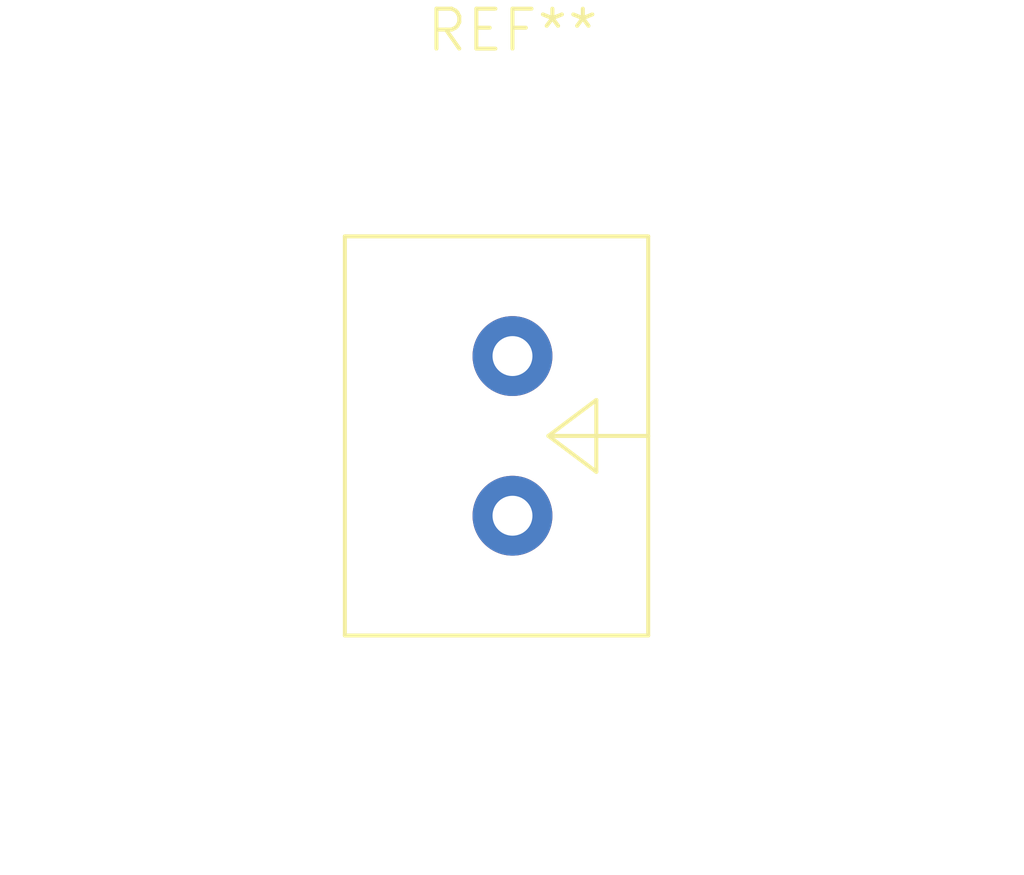
<source format=kicad_pcb>
(kicad_pcb (version 20221018) (generator pcbnew)
  (layers (0 "F.Cu" signal) (31 "B.Cu" signal) (34 "B.Paste" user) (35 "F.Paste" user) (36 "B.SilkS" user "B.Silkscreen") (37 "F.SilkS" user "F.Silkscreen") (38 "B.Mask" user) (39 "F.Mask" user) (44 "Edge.Cuts" user))
  (net 0 "")
  (footprint "New_Library:Screw_CONN_TERM_Block_5.00mm" (layer "F.Cu") (at 132.08 96.52)
    (fp_text reference "REF**" (at 0 -10.16 unlocked) (layer "F.SilkS") (effects (font (thickness 0.1))))
    (fp_text value "Screw_CONN_TERM_Block_5.00mm")
    (fp_line (start -4.2 -5) (end -4.2 5) (stroke (width 0.1)) (layer "F.SilkS"))
    (fp_line (start -4.2 -5) (end 3.4 -5) (stroke (width 0.1)) (layer "F.SilkS"))
    (fp_line (start 0.9 0) (end 2.1 -0.9) (stroke (width 0.1)) (layer "F.SilkS"))
    (fp_line (start 0.9 0) (end 2.1 0.9) (stroke (width 0.1)) (layer "F.SilkS"))
    (fp_line (start 2.1 0.9) (end 2.1 -0.9) (stroke (width 0.1)) (layer "F.SilkS"))
    (fp_line (start 3.4 -5) (end 3.4 5) (stroke (width 0.1)) (layer "F.SilkS"))
    (fp_line (start 3.4 0) (end 0.9 0) (stroke (width 0.1)) (layer "F.SilkS"))
    (fp_line (start 3.4 5) (end -4.2 5) (stroke (width 0.1)) (layer "F.SilkS"))
    (pad "1" thru_hole circle (at 0 -2) (size 2 2) (drill 1) (layers "*.Cu" "*.Mask"))
    (pad "2" thru_hole circle (at 0 2) (size 2 2) (drill 1) (layers "*.Cu" "*.Mask"))
  )
)
</source>
